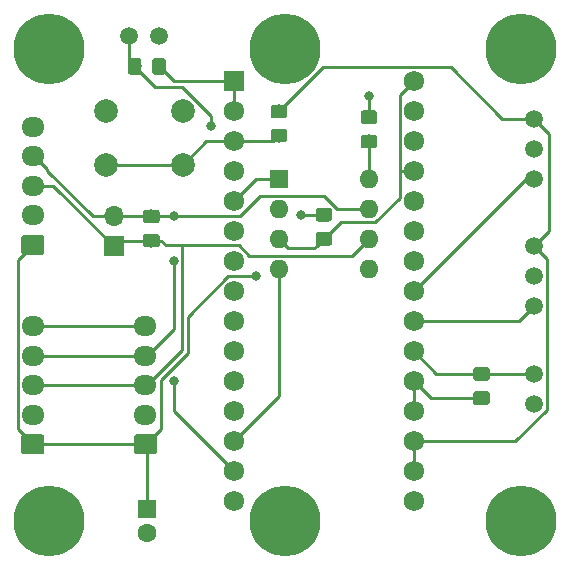
<source format=gbl>
G04 #@! TF.GenerationSoftware,KiCad,Pcbnew,(5.1.2)-2*
G04 #@! TF.CreationDate,2019-12-10T15:16:51+09:00*
G04 #@! TF.ProjectId,cap-sensor,6361702d-7365-46e7-936f-722e6b696361,rev?*
G04 #@! TF.SameCoordinates,Original*
G04 #@! TF.FileFunction,Copper,L2,Bot*
G04 #@! TF.FilePolarity,Positive*
%FSLAX46Y46*%
G04 Gerber Fmt 4.6, Leading zero omitted, Abs format (unit mm)*
G04 Created by KiCad (PCBNEW (5.1.2)-2) date 2019-12-10 15:16:51*
%MOMM*%
%LPD*%
G04 APERTURE LIST*
%ADD10C,0.150000*%
%ADD11C,1.150000*%
%ADD12R,1.600000X1.600000*%
%ADD13C,1.600000*%
%ADD14R,1.725000X1.725000*%
%ADD15C,1.725000*%
%ADD16C,1.500000*%
%ADD17R,1.700000X1.700000*%
%ADD18O,1.700000X1.700000*%
%ADD19C,2.000000*%
%ADD20O,1.600000X1.600000*%
%ADD21C,1.700000*%
%ADD22O,1.950000X1.700000*%
%ADD23C,6.000000*%
%ADD24C,0.800000*%
%ADD25C,0.250000*%
G04 APERTURE END LIST*
D10*
G36*
X128744505Y-68496204D02*
G01*
X128768773Y-68499804D01*
X128792572Y-68505765D01*
X128815671Y-68514030D01*
X128837850Y-68524520D01*
X128858893Y-68537132D01*
X128878599Y-68551747D01*
X128896777Y-68568223D01*
X128913253Y-68586401D01*
X128927868Y-68606107D01*
X128940480Y-68627150D01*
X128950970Y-68649329D01*
X128959235Y-68672428D01*
X128965196Y-68696227D01*
X128968796Y-68720495D01*
X128970000Y-68744999D01*
X128970000Y-69395001D01*
X128968796Y-69419505D01*
X128965196Y-69443773D01*
X128959235Y-69467572D01*
X128950970Y-69490671D01*
X128940480Y-69512850D01*
X128927868Y-69533893D01*
X128913253Y-69553599D01*
X128896777Y-69571777D01*
X128878599Y-69588253D01*
X128858893Y-69602868D01*
X128837850Y-69615480D01*
X128815671Y-69625970D01*
X128792572Y-69634235D01*
X128768773Y-69640196D01*
X128744505Y-69643796D01*
X128720001Y-69645000D01*
X127819999Y-69645000D01*
X127795495Y-69643796D01*
X127771227Y-69640196D01*
X127747428Y-69634235D01*
X127724329Y-69625970D01*
X127702150Y-69615480D01*
X127681107Y-69602868D01*
X127661401Y-69588253D01*
X127643223Y-69571777D01*
X127626747Y-69553599D01*
X127612132Y-69533893D01*
X127599520Y-69512850D01*
X127589030Y-69490671D01*
X127580765Y-69467572D01*
X127574804Y-69443773D01*
X127571204Y-69419505D01*
X127570000Y-69395001D01*
X127570000Y-68744999D01*
X127571204Y-68720495D01*
X127574804Y-68696227D01*
X127580765Y-68672428D01*
X127589030Y-68649329D01*
X127599520Y-68627150D01*
X127612132Y-68606107D01*
X127626747Y-68586401D01*
X127643223Y-68568223D01*
X127661401Y-68551747D01*
X127681107Y-68537132D01*
X127702150Y-68524520D01*
X127724329Y-68514030D01*
X127747428Y-68505765D01*
X127771227Y-68499804D01*
X127795495Y-68496204D01*
X127819999Y-68495000D01*
X128720001Y-68495000D01*
X128744505Y-68496204D01*
X128744505Y-68496204D01*
G37*
D11*
X128270000Y-69070000D03*
D10*
G36*
X128744505Y-70546204D02*
G01*
X128768773Y-70549804D01*
X128792572Y-70555765D01*
X128815671Y-70564030D01*
X128837850Y-70574520D01*
X128858893Y-70587132D01*
X128878599Y-70601747D01*
X128896777Y-70618223D01*
X128913253Y-70636401D01*
X128927868Y-70656107D01*
X128940480Y-70677150D01*
X128950970Y-70699329D01*
X128959235Y-70722428D01*
X128965196Y-70746227D01*
X128968796Y-70770495D01*
X128970000Y-70794999D01*
X128970000Y-71445001D01*
X128968796Y-71469505D01*
X128965196Y-71493773D01*
X128959235Y-71517572D01*
X128950970Y-71540671D01*
X128940480Y-71562850D01*
X128927868Y-71583893D01*
X128913253Y-71603599D01*
X128896777Y-71621777D01*
X128878599Y-71638253D01*
X128858893Y-71652868D01*
X128837850Y-71665480D01*
X128815671Y-71675970D01*
X128792572Y-71684235D01*
X128768773Y-71690196D01*
X128744505Y-71693796D01*
X128720001Y-71695000D01*
X127819999Y-71695000D01*
X127795495Y-71693796D01*
X127771227Y-71690196D01*
X127747428Y-71684235D01*
X127724329Y-71675970D01*
X127702150Y-71665480D01*
X127681107Y-71652868D01*
X127661401Y-71638253D01*
X127643223Y-71621777D01*
X127626747Y-71603599D01*
X127612132Y-71583893D01*
X127599520Y-71562850D01*
X127589030Y-71540671D01*
X127580765Y-71517572D01*
X127574804Y-71493773D01*
X127571204Y-71469505D01*
X127570000Y-71445001D01*
X127570000Y-70794999D01*
X127571204Y-70770495D01*
X127574804Y-70746227D01*
X127580765Y-70722428D01*
X127589030Y-70699329D01*
X127599520Y-70677150D01*
X127612132Y-70656107D01*
X127626747Y-70636401D01*
X127643223Y-70618223D01*
X127661401Y-70601747D01*
X127681107Y-70587132D01*
X127702150Y-70574520D01*
X127724329Y-70564030D01*
X127747428Y-70555765D01*
X127771227Y-70549804D01*
X127795495Y-70546204D01*
X127819999Y-70545000D01*
X128720001Y-70545000D01*
X128744505Y-70546204D01*
X128744505Y-70546204D01*
G37*
D11*
X128270000Y-71120000D03*
D12*
X113284000Y-93980000D03*
D13*
X113284000Y-95980000D03*
D14*
X120650000Y-57785000D03*
D15*
X120650000Y-60325000D03*
X120650000Y-62865000D03*
X120650000Y-65405000D03*
X120650000Y-67945000D03*
X120650000Y-70485000D03*
X120650000Y-73025000D03*
X120650000Y-75565000D03*
X120650000Y-78105000D03*
X120650000Y-80645000D03*
X120650000Y-83185000D03*
X120650000Y-85725000D03*
X120650000Y-88265000D03*
X120650000Y-90805000D03*
X120650000Y-93345000D03*
X135890000Y-93345000D03*
X135890000Y-90805000D03*
X135890000Y-88265000D03*
X135890000Y-85725000D03*
X135890000Y-83185000D03*
X135890000Y-80645000D03*
X135890000Y-78105000D03*
X135890000Y-75565000D03*
X135890000Y-73025000D03*
X135890000Y-70485000D03*
X135890000Y-67945000D03*
X135890000Y-65405000D03*
X135890000Y-62865000D03*
X135890000Y-60325000D03*
X135890000Y-57785000D03*
D16*
X146050000Y-85090000D03*
X146050000Y-82550000D03*
X111760000Y-53975000D03*
X114300000Y-53975000D03*
X146050000Y-66040000D03*
X146050000Y-63500000D03*
X146050000Y-60960000D03*
X146050000Y-71755000D03*
X146050000Y-74295000D03*
X146050000Y-76835000D03*
D17*
X110490000Y-71755000D03*
D18*
X110490000Y-69215000D03*
D10*
G36*
X142079505Y-81976204D02*
G01*
X142103773Y-81979804D01*
X142127572Y-81985765D01*
X142150671Y-81994030D01*
X142172850Y-82004520D01*
X142193893Y-82017132D01*
X142213599Y-82031747D01*
X142231777Y-82048223D01*
X142248253Y-82066401D01*
X142262868Y-82086107D01*
X142275480Y-82107150D01*
X142285970Y-82129329D01*
X142294235Y-82152428D01*
X142300196Y-82176227D01*
X142303796Y-82200495D01*
X142305000Y-82224999D01*
X142305000Y-82875001D01*
X142303796Y-82899505D01*
X142300196Y-82923773D01*
X142294235Y-82947572D01*
X142285970Y-82970671D01*
X142275480Y-82992850D01*
X142262868Y-83013893D01*
X142248253Y-83033599D01*
X142231777Y-83051777D01*
X142213599Y-83068253D01*
X142193893Y-83082868D01*
X142172850Y-83095480D01*
X142150671Y-83105970D01*
X142127572Y-83114235D01*
X142103773Y-83120196D01*
X142079505Y-83123796D01*
X142055001Y-83125000D01*
X141154999Y-83125000D01*
X141130495Y-83123796D01*
X141106227Y-83120196D01*
X141082428Y-83114235D01*
X141059329Y-83105970D01*
X141037150Y-83095480D01*
X141016107Y-83082868D01*
X140996401Y-83068253D01*
X140978223Y-83051777D01*
X140961747Y-83033599D01*
X140947132Y-83013893D01*
X140934520Y-82992850D01*
X140924030Y-82970671D01*
X140915765Y-82947572D01*
X140909804Y-82923773D01*
X140906204Y-82899505D01*
X140905000Y-82875001D01*
X140905000Y-82224999D01*
X140906204Y-82200495D01*
X140909804Y-82176227D01*
X140915765Y-82152428D01*
X140924030Y-82129329D01*
X140934520Y-82107150D01*
X140947132Y-82086107D01*
X140961747Y-82066401D01*
X140978223Y-82048223D01*
X140996401Y-82031747D01*
X141016107Y-82017132D01*
X141037150Y-82004520D01*
X141059329Y-81994030D01*
X141082428Y-81985765D01*
X141106227Y-81979804D01*
X141130495Y-81976204D01*
X141154999Y-81975000D01*
X142055001Y-81975000D01*
X142079505Y-81976204D01*
X142079505Y-81976204D01*
G37*
D11*
X141605000Y-82550000D03*
D10*
G36*
X142079505Y-84026204D02*
G01*
X142103773Y-84029804D01*
X142127572Y-84035765D01*
X142150671Y-84044030D01*
X142172850Y-84054520D01*
X142193893Y-84067132D01*
X142213599Y-84081747D01*
X142231777Y-84098223D01*
X142248253Y-84116401D01*
X142262868Y-84136107D01*
X142275480Y-84157150D01*
X142285970Y-84179329D01*
X142294235Y-84202428D01*
X142300196Y-84226227D01*
X142303796Y-84250495D01*
X142305000Y-84274999D01*
X142305000Y-84925001D01*
X142303796Y-84949505D01*
X142300196Y-84973773D01*
X142294235Y-84997572D01*
X142285970Y-85020671D01*
X142275480Y-85042850D01*
X142262868Y-85063893D01*
X142248253Y-85083599D01*
X142231777Y-85101777D01*
X142213599Y-85118253D01*
X142193893Y-85132868D01*
X142172850Y-85145480D01*
X142150671Y-85155970D01*
X142127572Y-85164235D01*
X142103773Y-85170196D01*
X142079505Y-85173796D01*
X142055001Y-85175000D01*
X141154999Y-85175000D01*
X141130495Y-85173796D01*
X141106227Y-85170196D01*
X141082428Y-85164235D01*
X141059329Y-85155970D01*
X141037150Y-85145480D01*
X141016107Y-85132868D01*
X140996401Y-85118253D01*
X140978223Y-85101777D01*
X140961747Y-85083599D01*
X140947132Y-85063893D01*
X140934520Y-85042850D01*
X140924030Y-85020671D01*
X140915765Y-84997572D01*
X140909804Y-84973773D01*
X140906204Y-84949505D01*
X140905000Y-84925001D01*
X140905000Y-84274999D01*
X140906204Y-84250495D01*
X140909804Y-84226227D01*
X140915765Y-84202428D01*
X140924030Y-84179329D01*
X140934520Y-84157150D01*
X140947132Y-84136107D01*
X140961747Y-84116401D01*
X140978223Y-84098223D01*
X140996401Y-84081747D01*
X141016107Y-84067132D01*
X141037150Y-84054520D01*
X141059329Y-84044030D01*
X141082428Y-84035765D01*
X141106227Y-84029804D01*
X141130495Y-84026204D01*
X141154999Y-84025000D01*
X142055001Y-84025000D01*
X142079505Y-84026204D01*
X142079505Y-84026204D01*
G37*
D11*
X141605000Y-84600000D03*
D10*
G36*
X114649505Y-55816204D02*
G01*
X114673773Y-55819804D01*
X114697572Y-55825765D01*
X114720671Y-55834030D01*
X114742850Y-55844520D01*
X114763893Y-55857132D01*
X114783599Y-55871747D01*
X114801777Y-55888223D01*
X114818253Y-55906401D01*
X114832868Y-55926107D01*
X114845480Y-55947150D01*
X114855970Y-55969329D01*
X114864235Y-55992428D01*
X114870196Y-56016227D01*
X114873796Y-56040495D01*
X114875000Y-56064999D01*
X114875000Y-56965001D01*
X114873796Y-56989505D01*
X114870196Y-57013773D01*
X114864235Y-57037572D01*
X114855970Y-57060671D01*
X114845480Y-57082850D01*
X114832868Y-57103893D01*
X114818253Y-57123599D01*
X114801777Y-57141777D01*
X114783599Y-57158253D01*
X114763893Y-57172868D01*
X114742850Y-57185480D01*
X114720671Y-57195970D01*
X114697572Y-57204235D01*
X114673773Y-57210196D01*
X114649505Y-57213796D01*
X114625001Y-57215000D01*
X113974999Y-57215000D01*
X113950495Y-57213796D01*
X113926227Y-57210196D01*
X113902428Y-57204235D01*
X113879329Y-57195970D01*
X113857150Y-57185480D01*
X113836107Y-57172868D01*
X113816401Y-57158253D01*
X113798223Y-57141777D01*
X113781747Y-57123599D01*
X113767132Y-57103893D01*
X113754520Y-57082850D01*
X113744030Y-57060671D01*
X113735765Y-57037572D01*
X113729804Y-57013773D01*
X113726204Y-56989505D01*
X113725000Y-56965001D01*
X113725000Y-56064999D01*
X113726204Y-56040495D01*
X113729804Y-56016227D01*
X113735765Y-55992428D01*
X113744030Y-55969329D01*
X113754520Y-55947150D01*
X113767132Y-55926107D01*
X113781747Y-55906401D01*
X113798223Y-55888223D01*
X113816401Y-55871747D01*
X113836107Y-55857132D01*
X113857150Y-55844520D01*
X113879329Y-55834030D01*
X113902428Y-55825765D01*
X113926227Y-55819804D01*
X113950495Y-55816204D01*
X113974999Y-55815000D01*
X114625001Y-55815000D01*
X114649505Y-55816204D01*
X114649505Y-55816204D01*
G37*
D11*
X114300000Y-56515000D03*
D10*
G36*
X112599505Y-55816204D02*
G01*
X112623773Y-55819804D01*
X112647572Y-55825765D01*
X112670671Y-55834030D01*
X112692850Y-55844520D01*
X112713893Y-55857132D01*
X112733599Y-55871747D01*
X112751777Y-55888223D01*
X112768253Y-55906401D01*
X112782868Y-55926107D01*
X112795480Y-55947150D01*
X112805970Y-55969329D01*
X112814235Y-55992428D01*
X112820196Y-56016227D01*
X112823796Y-56040495D01*
X112825000Y-56064999D01*
X112825000Y-56965001D01*
X112823796Y-56989505D01*
X112820196Y-57013773D01*
X112814235Y-57037572D01*
X112805970Y-57060671D01*
X112795480Y-57082850D01*
X112782868Y-57103893D01*
X112768253Y-57123599D01*
X112751777Y-57141777D01*
X112733599Y-57158253D01*
X112713893Y-57172868D01*
X112692850Y-57185480D01*
X112670671Y-57195970D01*
X112647572Y-57204235D01*
X112623773Y-57210196D01*
X112599505Y-57213796D01*
X112575001Y-57215000D01*
X111924999Y-57215000D01*
X111900495Y-57213796D01*
X111876227Y-57210196D01*
X111852428Y-57204235D01*
X111829329Y-57195970D01*
X111807150Y-57185480D01*
X111786107Y-57172868D01*
X111766401Y-57158253D01*
X111748223Y-57141777D01*
X111731747Y-57123599D01*
X111717132Y-57103893D01*
X111704520Y-57082850D01*
X111694030Y-57060671D01*
X111685765Y-57037572D01*
X111679804Y-57013773D01*
X111676204Y-56989505D01*
X111675000Y-56965001D01*
X111675000Y-56064999D01*
X111676204Y-56040495D01*
X111679804Y-56016227D01*
X111685765Y-55992428D01*
X111694030Y-55969329D01*
X111704520Y-55947150D01*
X111717132Y-55926107D01*
X111731747Y-55906401D01*
X111748223Y-55888223D01*
X111766401Y-55871747D01*
X111786107Y-55857132D01*
X111807150Y-55844520D01*
X111829329Y-55834030D01*
X111852428Y-55825765D01*
X111876227Y-55819804D01*
X111900495Y-55816204D01*
X111924999Y-55815000D01*
X112575001Y-55815000D01*
X112599505Y-55816204D01*
X112599505Y-55816204D01*
G37*
D11*
X112250000Y-56515000D03*
D10*
G36*
X114139505Y-68641204D02*
G01*
X114163773Y-68644804D01*
X114187572Y-68650765D01*
X114210671Y-68659030D01*
X114232850Y-68669520D01*
X114253893Y-68682132D01*
X114273599Y-68696747D01*
X114291777Y-68713223D01*
X114308253Y-68731401D01*
X114322868Y-68751107D01*
X114335480Y-68772150D01*
X114345970Y-68794329D01*
X114354235Y-68817428D01*
X114360196Y-68841227D01*
X114363796Y-68865495D01*
X114365000Y-68889999D01*
X114365000Y-69540001D01*
X114363796Y-69564505D01*
X114360196Y-69588773D01*
X114354235Y-69612572D01*
X114345970Y-69635671D01*
X114335480Y-69657850D01*
X114322868Y-69678893D01*
X114308253Y-69698599D01*
X114291777Y-69716777D01*
X114273599Y-69733253D01*
X114253893Y-69747868D01*
X114232850Y-69760480D01*
X114210671Y-69770970D01*
X114187572Y-69779235D01*
X114163773Y-69785196D01*
X114139505Y-69788796D01*
X114115001Y-69790000D01*
X113214999Y-69790000D01*
X113190495Y-69788796D01*
X113166227Y-69785196D01*
X113142428Y-69779235D01*
X113119329Y-69770970D01*
X113097150Y-69760480D01*
X113076107Y-69747868D01*
X113056401Y-69733253D01*
X113038223Y-69716777D01*
X113021747Y-69698599D01*
X113007132Y-69678893D01*
X112994520Y-69657850D01*
X112984030Y-69635671D01*
X112975765Y-69612572D01*
X112969804Y-69588773D01*
X112966204Y-69564505D01*
X112965000Y-69540001D01*
X112965000Y-68889999D01*
X112966204Y-68865495D01*
X112969804Y-68841227D01*
X112975765Y-68817428D01*
X112984030Y-68794329D01*
X112994520Y-68772150D01*
X113007132Y-68751107D01*
X113021747Y-68731401D01*
X113038223Y-68713223D01*
X113056401Y-68696747D01*
X113076107Y-68682132D01*
X113097150Y-68669520D01*
X113119329Y-68659030D01*
X113142428Y-68650765D01*
X113166227Y-68644804D01*
X113190495Y-68641204D01*
X113214999Y-68640000D01*
X114115001Y-68640000D01*
X114139505Y-68641204D01*
X114139505Y-68641204D01*
G37*
D11*
X113665000Y-69215000D03*
D10*
G36*
X114139505Y-70691204D02*
G01*
X114163773Y-70694804D01*
X114187572Y-70700765D01*
X114210671Y-70709030D01*
X114232850Y-70719520D01*
X114253893Y-70732132D01*
X114273599Y-70746747D01*
X114291777Y-70763223D01*
X114308253Y-70781401D01*
X114322868Y-70801107D01*
X114335480Y-70822150D01*
X114345970Y-70844329D01*
X114354235Y-70867428D01*
X114360196Y-70891227D01*
X114363796Y-70915495D01*
X114365000Y-70939999D01*
X114365000Y-71590001D01*
X114363796Y-71614505D01*
X114360196Y-71638773D01*
X114354235Y-71662572D01*
X114345970Y-71685671D01*
X114335480Y-71707850D01*
X114322868Y-71728893D01*
X114308253Y-71748599D01*
X114291777Y-71766777D01*
X114273599Y-71783253D01*
X114253893Y-71797868D01*
X114232850Y-71810480D01*
X114210671Y-71820970D01*
X114187572Y-71829235D01*
X114163773Y-71835196D01*
X114139505Y-71838796D01*
X114115001Y-71840000D01*
X113214999Y-71840000D01*
X113190495Y-71838796D01*
X113166227Y-71835196D01*
X113142428Y-71829235D01*
X113119329Y-71820970D01*
X113097150Y-71810480D01*
X113076107Y-71797868D01*
X113056401Y-71783253D01*
X113038223Y-71766777D01*
X113021747Y-71748599D01*
X113007132Y-71728893D01*
X112994520Y-71707850D01*
X112984030Y-71685671D01*
X112975765Y-71662572D01*
X112969804Y-71638773D01*
X112966204Y-71614505D01*
X112965000Y-71590001D01*
X112965000Y-70939999D01*
X112966204Y-70915495D01*
X112969804Y-70891227D01*
X112975765Y-70867428D01*
X112984030Y-70844329D01*
X112994520Y-70822150D01*
X113007132Y-70801107D01*
X113021747Y-70781401D01*
X113038223Y-70763223D01*
X113056401Y-70746747D01*
X113076107Y-70732132D01*
X113097150Y-70719520D01*
X113119329Y-70709030D01*
X113142428Y-70700765D01*
X113166227Y-70694804D01*
X113190495Y-70691204D01*
X113214999Y-70690000D01*
X114115001Y-70690000D01*
X114139505Y-70691204D01*
X114139505Y-70691204D01*
G37*
D11*
X113665000Y-71265000D03*
D10*
G36*
X132554505Y-62291204D02*
G01*
X132578773Y-62294804D01*
X132602572Y-62300765D01*
X132625671Y-62309030D01*
X132647850Y-62319520D01*
X132668893Y-62332132D01*
X132688599Y-62346747D01*
X132706777Y-62363223D01*
X132723253Y-62381401D01*
X132737868Y-62401107D01*
X132750480Y-62422150D01*
X132760970Y-62444329D01*
X132769235Y-62467428D01*
X132775196Y-62491227D01*
X132778796Y-62515495D01*
X132780000Y-62539999D01*
X132780000Y-63190001D01*
X132778796Y-63214505D01*
X132775196Y-63238773D01*
X132769235Y-63262572D01*
X132760970Y-63285671D01*
X132750480Y-63307850D01*
X132737868Y-63328893D01*
X132723253Y-63348599D01*
X132706777Y-63366777D01*
X132688599Y-63383253D01*
X132668893Y-63397868D01*
X132647850Y-63410480D01*
X132625671Y-63420970D01*
X132602572Y-63429235D01*
X132578773Y-63435196D01*
X132554505Y-63438796D01*
X132530001Y-63440000D01*
X131629999Y-63440000D01*
X131605495Y-63438796D01*
X131581227Y-63435196D01*
X131557428Y-63429235D01*
X131534329Y-63420970D01*
X131512150Y-63410480D01*
X131491107Y-63397868D01*
X131471401Y-63383253D01*
X131453223Y-63366777D01*
X131436747Y-63348599D01*
X131422132Y-63328893D01*
X131409520Y-63307850D01*
X131399030Y-63285671D01*
X131390765Y-63262572D01*
X131384804Y-63238773D01*
X131381204Y-63214505D01*
X131380000Y-63190001D01*
X131380000Y-62539999D01*
X131381204Y-62515495D01*
X131384804Y-62491227D01*
X131390765Y-62467428D01*
X131399030Y-62444329D01*
X131409520Y-62422150D01*
X131422132Y-62401107D01*
X131436747Y-62381401D01*
X131453223Y-62363223D01*
X131471401Y-62346747D01*
X131491107Y-62332132D01*
X131512150Y-62319520D01*
X131534329Y-62309030D01*
X131557428Y-62300765D01*
X131581227Y-62294804D01*
X131605495Y-62291204D01*
X131629999Y-62290000D01*
X132530001Y-62290000D01*
X132554505Y-62291204D01*
X132554505Y-62291204D01*
G37*
D11*
X132080000Y-62865000D03*
D10*
G36*
X132554505Y-60241204D02*
G01*
X132578773Y-60244804D01*
X132602572Y-60250765D01*
X132625671Y-60259030D01*
X132647850Y-60269520D01*
X132668893Y-60282132D01*
X132688599Y-60296747D01*
X132706777Y-60313223D01*
X132723253Y-60331401D01*
X132737868Y-60351107D01*
X132750480Y-60372150D01*
X132760970Y-60394329D01*
X132769235Y-60417428D01*
X132775196Y-60441227D01*
X132778796Y-60465495D01*
X132780000Y-60489999D01*
X132780000Y-61140001D01*
X132778796Y-61164505D01*
X132775196Y-61188773D01*
X132769235Y-61212572D01*
X132760970Y-61235671D01*
X132750480Y-61257850D01*
X132737868Y-61278893D01*
X132723253Y-61298599D01*
X132706777Y-61316777D01*
X132688599Y-61333253D01*
X132668893Y-61347868D01*
X132647850Y-61360480D01*
X132625671Y-61370970D01*
X132602572Y-61379235D01*
X132578773Y-61385196D01*
X132554505Y-61388796D01*
X132530001Y-61390000D01*
X131629999Y-61390000D01*
X131605495Y-61388796D01*
X131581227Y-61385196D01*
X131557428Y-61379235D01*
X131534329Y-61370970D01*
X131512150Y-61360480D01*
X131491107Y-61347868D01*
X131471401Y-61333253D01*
X131453223Y-61316777D01*
X131436747Y-61298599D01*
X131422132Y-61278893D01*
X131409520Y-61257850D01*
X131399030Y-61235671D01*
X131390765Y-61212572D01*
X131384804Y-61188773D01*
X131381204Y-61164505D01*
X131380000Y-61140001D01*
X131380000Y-60489999D01*
X131381204Y-60465495D01*
X131384804Y-60441227D01*
X131390765Y-60417428D01*
X131399030Y-60394329D01*
X131409520Y-60372150D01*
X131422132Y-60351107D01*
X131436747Y-60331401D01*
X131453223Y-60313223D01*
X131471401Y-60296747D01*
X131491107Y-60282132D01*
X131512150Y-60269520D01*
X131534329Y-60259030D01*
X131557428Y-60250765D01*
X131581227Y-60244804D01*
X131605495Y-60241204D01*
X131629999Y-60240000D01*
X132530001Y-60240000D01*
X132554505Y-60241204D01*
X132554505Y-60241204D01*
G37*
D11*
X132080000Y-60815000D03*
D10*
G36*
X124934505Y-59751204D02*
G01*
X124958773Y-59754804D01*
X124982572Y-59760765D01*
X125005671Y-59769030D01*
X125027850Y-59779520D01*
X125048893Y-59792132D01*
X125068599Y-59806747D01*
X125086777Y-59823223D01*
X125103253Y-59841401D01*
X125117868Y-59861107D01*
X125130480Y-59882150D01*
X125140970Y-59904329D01*
X125149235Y-59927428D01*
X125155196Y-59951227D01*
X125158796Y-59975495D01*
X125160000Y-59999999D01*
X125160000Y-60650001D01*
X125158796Y-60674505D01*
X125155196Y-60698773D01*
X125149235Y-60722572D01*
X125140970Y-60745671D01*
X125130480Y-60767850D01*
X125117868Y-60788893D01*
X125103253Y-60808599D01*
X125086777Y-60826777D01*
X125068599Y-60843253D01*
X125048893Y-60857868D01*
X125027850Y-60870480D01*
X125005671Y-60880970D01*
X124982572Y-60889235D01*
X124958773Y-60895196D01*
X124934505Y-60898796D01*
X124910001Y-60900000D01*
X124009999Y-60900000D01*
X123985495Y-60898796D01*
X123961227Y-60895196D01*
X123937428Y-60889235D01*
X123914329Y-60880970D01*
X123892150Y-60870480D01*
X123871107Y-60857868D01*
X123851401Y-60843253D01*
X123833223Y-60826777D01*
X123816747Y-60808599D01*
X123802132Y-60788893D01*
X123789520Y-60767850D01*
X123779030Y-60745671D01*
X123770765Y-60722572D01*
X123764804Y-60698773D01*
X123761204Y-60674505D01*
X123760000Y-60650001D01*
X123760000Y-59999999D01*
X123761204Y-59975495D01*
X123764804Y-59951227D01*
X123770765Y-59927428D01*
X123779030Y-59904329D01*
X123789520Y-59882150D01*
X123802132Y-59861107D01*
X123816747Y-59841401D01*
X123833223Y-59823223D01*
X123851401Y-59806747D01*
X123871107Y-59792132D01*
X123892150Y-59779520D01*
X123914329Y-59769030D01*
X123937428Y-59760765D01*
X123961227Y-59754804D01*
X123985495Y-59751204D01*
X124009999Y-59750000D01*
X124910001Y-59750000D01*
X124934505Y-59751204D01*
X124934505Y-59751204D01*
G37*
D11*
X124460000Y-60325000D03*
D10*
G36*
X124934505Y-61801204D02*
G01*
X124958773Y-61804804D01*
X124982572Y-61810765D01*
X125005671Y-61819030D01*
X125027850Y-61829520D01*
X125048893Y-61842132D01*
X125068599Y-61856747D01*
X125086777Y-61873223D01*
X125103253Y-61891401D01*
X125117868Y-61911107D01*
X125130480Y-61932150D01*
X125140970Y-61954329D01*
X125149235Y-61977428D01*
X125155196Y-62001227D01*
X125158796Y-62025495D01*
X125160000Y-62049999D01*
X125160000Y-62700001D01*
X125158796Y-62724505D01*
X125155196Y-62748773D01*
X125149235Y-62772572D01*
X125140970Y-62795671D01*
X125130480Y-62817850D01*
X125117868Y-62838893D01*
X125103253Y-62858599D01*
X125086777Y-62876777D01*
X125068599Y-62893253D01*
X125048893Y-62907868D01*
X125027850Y-62920480D01*
X125005671Y-62930970D01*
X124982572Y-62939235D01*
X124958773Y-62945196D01*
X124934505Y-62948796D01*
X124910001Y-62950000D01*
X124009999Y-62950000D01*
X123985495Y-62948796D01*
X123961227Y-62945196D01*
X123937428Y-62939235D01*
X123914329Y-62930970D01*
X123892150Y-62920480D01*
X123871107Y-62907868D01*
X123851401Y-62893253D01*
X123833223Y-62876777D01*
X123816747Y-62858599D01*
X123802132Y-62838893D01*
X123789520Y-62817850D01*
X123779030Y-62795671D01*
X123770765Y-62772572D01*
X123764804Y-62748773D01*
X123761204Y-62724505D01*
X123760000Y-62700001D01*
X123760000Y-62049999D01*
X123761204Y-62025495D01*
X123764804Y-62001227D01*
X123770765Y-61977428D01*
X123779030Y-61954329D01*
X123789520Y-61932150D01*
X123802132Y-61911107D01*
X123816747Y-61891401D01*
X123833223Y-61873223D01*
X123851401Y-61856747D01*
X123871107Y-61842132D01*
X123892150Y-61829520D01*
X123914329Y-61819030D01*
X123937428Y-61810765D01*
X123961227Y-61804804D01*
X123985495Y-61801204D01*
X124009999Y-61800000D01*
X124910001Y-61800000D01*
X124934505Y-61801204D01*
X124934505Y-61801204D01*
G37*
D11*
X124460000Y-62375000D03*
D19*
X109855000Y-64825000D03*
X109855000Y-60325000D03*
X116355000Y-64825000D03*
X116355000Y-60325000D03*
D12*
X124460000Y-66040000D03*
D20*
X132080000Y-73660000D03*
X124460000Y-68580000D03*
X132080000Y-71120000D03*
X124460000Y-71120000D03*
X132080000Y-68580000D03*
X124460000Y-73660000D03*
X132080000Y-66040000D03*
D10*
G36*
X104381504Y-70779204D02*
G01*
X104405773Y-70782804D01*
X104429571Y-70788765D01*
X104452671Y-70797030D01*
X104474849Y-70807520D01*
X104495893Y-70820133D01*
X104515598Y-70834747D01*
X104533777Y-70851223D01*
X104550253Y-70869402D01*
X104564867Y-70889107D01*
X104577480Y-70910151D01*
X104587970Y-70932329D01*
X104596235Y-70955429D01*
X104602196Y-70979227D01*
X104605796Y-71003496D01*
X104607000Y-71028000D01*
X104607000Y-72228000D01*
X104605796Y-72252504D01*
X104602196Y-72276773D01*
X104596235Y-72300571D01*
X104587970Y-72323671D01*
X104577480Y-72345849D01*
X104564867Y-72366893D01*
X104550253Y-72386598D01*
X104533777Y-72404777D01*
X104515598Y-72421253D01*
X104495893Y-72435867D01*
X104474849Y-72448480D01*
X104452671Y-72458970D01*
X104429571Y-72467235D01*
X104405773Y-72473196D01*
X104381504Y-72476796D01*
X104357000Y-72478000D01*
X102907000Y-72478000D01*
X102882496Y-72476796D01*
X102858227Y-72473196D01*
X102834429Y-72467235D01*
X102811329Y-72458970D01*
X102789151Y-72448480D01*
X102768107Y-72435867D01*
X102748402Y-72421253D01*
X102730223Y-72404777D01*
X102713747Y-72386598D01*
X102699133Y-72366893D01*
X102686520Y-72345849D01*
X102676030Y-72323671D01*
X102667765Y-72300571D01*
X102661804Y-72276773D01*
X102658204Y-72252504D01*
X102657000Y-72228000D01*
X102657000Y-71028000D01*
X102658204Y-71003496D01*
X102661804Y-70979227D01*
X102667765Y-70955429D01*
X102676030Y-70932329D01*
X102686520Y-70910151D01*
X102699133Y-70889107D01*
X102713747Y-70869402D01*
X102730223Y-70851223D01*
X102748402Y-70834747D01*
X102768107Y-70820133D01*
X102789151Y-70807520D01*
X102811329Y-70797030D01*
X102834429Y-70788765D01*
X102858227Y-70782804D01*
X102882496Y-70779204D01*
X102907000Y-70778000D01*
X104357000Y-70778000D01*
X104381504Y-70779204D01*
X104381504Y-70779204D01*
G37*
D21*
X103632000Y-71628000D03*
D22*
X103632000Y-69128000D03*
X103632000Y-66628000D03*
X103632000Y-64128000D03*
X103632000Y-61628000D03*
X113157000Y-78519000D03*
X113157000Y-81019000D03*
X113157000Y-83519000D03*
X113157000Y-86019000D03*
D10*
G36*
X113906504Y-87670204D02*
G01*
X113930773Y-87673804D01*
X113954571Y-87679765D01*
X113977671Y-87688030D01*
X113999849Y-87698520D01*
X114020893Y-87711133D01*
X114040598Y-87725747D01*
X114058777Y-87742223D01*
X114075253Y-87760402D01*
X114089867Y-87780107D01*
X114102480Y-87801151D01*
X114112970Y-87823329D01*
X114121235Y-87846429D01*
X114127196Y-87870227D01*
X114130796Y-87894496D01*
X114132000Y-87919000D01*
X114132000Y-89119000D01*
X114130796Y-89143504D01*
X114127196Y-89167773D01*
X114121235Y-89191571D01*
X114112970Y-89214671D01*
X114102480Y-89236849D01*
X114089867Y-89257893D01*
X114075253Y-89277598D01*
X114058777Y-89295777D01*
X114040598Y-89312253D01*
X114020893Y-89326867D01*
X113999849Y-89339480D01*
X113977671Y-89349970D01*
X113954571Y-89358235D01*
X113930773Y-89364196D01*
X113906504Y-89367796D01*
X113882000Y-89369000D01*
X112432000Y-89369000D01*
X112407496Y-89367796D01*
X112383227Y-89364196D01*
X112359429Y-89358235D01*
X112336329Y-89349970D01*
X112314151Y-89339480D01*
X112293107Y-89326867D01*
X112273402Y-89312253D01*
X112255223Y-89295777D01*
X112238747Y-89277598D01*
X112224133Y-89257893D01*
X112211520Y-89236849D01*
X112201030Y-89214671D01*
X112192765Y-89191571D01*
X112186804Y-89167773D01*
X112183204Y-89143504D01*
X112182000Y-89119000D01*
X112182000Y-87919000D01*
X112183204Y-87894496D01*
X112186804Y-87870227D01*
X112192765Y-87846429D01*
X112201030Y-87823329D01*
X112211520Y-87801151D01*
X112224133Y-87780107D01*
X112238747Y-87760402D01*
X112255223Y-87742223D01*
X112273402Y-87725747D01*
X112293107Y-87711133D01*
X112314151Y-87698520D01*
X112336329Y-87688030D01*
X112359429Y-87679765D01*
X112383227Y-87673804D01*
X112407496Y-87670204D01*
X112432000Y-87669000D01*
X113882000Y-87669000D01*
X113906504Y-87670204D01*
X113906504Y-87670204D01*
G37*
D21*
X113157000Y-88519000D03*
D10*
G36*
X104381504Y-87670204D02*
G01*
X104405773Y-87673804D01*
X104429571Y-87679765D01*
X104452671Y-87688030D01*
X104474849Y-87698520D01*
X104495893Y-87711133D01*
X104515598Y-87725747D01*
X104533777Y-87742223D01*
X104550253Y-87760402D01*
X104564867Y-87780107D01*
X104577480Y-87801151D01*
X104587970Y-87823329D01*
X104596235Y-87846429D01*
X104602196Y-87870227D01*
X104605796Y-87894496D01*
X104607000Y-87919000D01*
X104607000Y-89119000D01*
X104605796Y-89143504D01*
X104602196Y-89167773D01*
X104596235Y-89191571D01*
X104587970Y-89214671D01*
X104577480Y-89236849D01*
X104564867Y-89257893D01*
X104550253Y-89277598D01*
X104533777Y-89295777D01*
X104515598Y-89312253D01*
X104495893Y-89326867D01*
X104474849Y-89339480D01*
X104452671Y-89349970D01*
X104429571Y-89358235D01*
X104405773Y-89364196D01*
X104381504Y-89367796D01*
X104357000Y-89369000D01*
X102907000Y-89369000D01*
X102882496Y-89367796D01*
X102858227Y-89364196D01*
X102834429Y-89358235D01*
X102811329Y-89349970D01*
X102789151Y-89339480D01*
X102768107Y-89326867D01*
X102748402Y-89312253D01*
X102730223Y-89295777D01*
X102713747Y-89277598D01*
X102699133Y-89257893D01*
X102686520Y-89236849D01*
X102676030Y-89214671D01*
X102667765Y-89191571D01*
X102661804Y-89167773D01*
X102658204Y-89143504D01*
X102657000Y-89119000D01*
X102657000Y-87919000D01*
X102658204Y-87894496D01*
X102661804Y-87870227D01*
X102667765Y-87846429D01*
X102676030Y-87823329D01*
X102686520Y-87801151D01*
X102699133Y-87780107D01*
X102713747Y-87760402D01*
X102730223Y-87742223D01*
X102748402Y-87725747D01*
X102768107Y-87711133D01*
X102789151Y-87698520D01*
X102811329Y-87688030D01*
X102834429Y-87679765D01*
X102858227Y-87673804D01*
X102882496Y-87670204D01*
X102907000Y-87669000D01*
X104357000Y-87669000D01*
X104381504Y-87670204D01*
X104381504Y-87670204D01*
G37*
D21*
X103632000Y-88519000D03*
D22*
X103632000Y-86019000D03*
X103632000Y-83519000D03*
X103632000Y-81019000D03*
X103632000Y-78519000D03*
D23*
X105000000Y-55000000D03*
X105000000Y-95000000D03*
X145000000Y-95000000D03*
X145000000Y-55000000D03*
X125000000Y-95000000D03*
X125000000Y-55000000D03*
D24*
X126365000Y-69070000D03*
X132080000Y-59055000D03*
X122555000Y-74295000D03*
X118745000Y-61595000D03*
X115570000Y-73025000D03*
X115570000Y-69215000D03*
X115570000Y-83185000D03*
D25*
X132080000Y-60815000D02*
X132080000Y-59055000D01*
X128270000Y-69070000D02*
X126365000Y-69070000D01*
X113284000Y-88646000D02*
X113157000Y-88519000D01*
X113284000Y-93980000D02*
X113284000Y-88646000D01*
X113157000Y-88519000D02*
X103632000Y-88519000D01*
X127646628Y-71743372D02*
X128270000Y-71120000D01*
X127470001Y-71919999D02*
X127646628Y-71743372D01*
X125259999Y-71919999D02*
X127470001Y-71919999D01*
X124460000Y-71120000D02*
X125259999Y-71919999D01*
X135890000Y-57785000D02*
X134702499Y-58972501D01*
X102733628Y-72526372D02*
X103632000Y-71628000D01*
X102331990Y-72928010D02*
X102733628Y-72526372D01*
X102331990Y-87218990D02*
X102331990Y-72928010D01*
X103632000Y-88519000D02*
X102331990Y-87218990D01*
X114055372Y-87620628D02*
X113157000Y-88519000D01*
X114457010Y-83032295D02*
X114457010Y-87218990D01*
X116745011Y-80744294D02*
X114457010Y-83032295D01*
X116745011Y-77712487D02*
X116745011Y-80744294D01*
X120162498Y-74295000D02*
X116745011Y-77712487D01*
X114457010Y-87218990D02*
X114055372Y-87620628D01*
X122555000Y-74295000D02*
X120162498Y-74295000D01*
X132620001Y-69705001D02*
X134702499Y-67622503D01*
X129684999Y-69705001D02*
X132620001Y-69705001D01*
X128270000Y-71120000D02*
X129684999Y-69705001D01*
X134702499Y-58972501D02*
X134702499Y-63582499D01*
X134702499Y-63582499D02*
X134702499Y-64217499D01*
X134784998Y-65405000D02*
X134702499Y-65487499D01*
X135890000Y-65405000D02*
X134784998Y-65405000D01*
X134702499Y-67622503D02*
X134702499Y-65487499D01*
X134702499Y-65487499D02*
X134702499Y-63582499D01*
X109855000Y-64825000D02*
X116355000Y-64825000D01*
X118315000Y-62865000D02*
X120650000Y-62865000D01*
X116355000Y-64825000D02*
X118315000Y-62865000D01*
X123970000Y-62865000D02*
X124460000Y-62375000D01*
X120650000Y-62865000D02*
X123970000Y-62865000D01*
X122555000Y-66040000D02*
X124460000Y-66040000D01*
X120650000Y-67945000D02*
X122555000Y-66040000D01*
X146050000Y-82550000D02*
X141605000Y-82550000D01*
X137795000Y-82550000D02*
X135890000Y-80645000D01*
X141605000Y-82550000D02*
X137795000Y-82550000D01*
X137305000Y-84600000D02*
X135890000Y-83185000D01*
X141605000Y-84600000D02*
X137305000Y-84600000D01*
X135890000Y-85725000D02*
X135890000Y-83185000D01*
X111760000Y-56025000D02*
X112250000Y-56515000D01*
X111760000Y-53975000D02*
X111760000Y-56025000D01*
X112873372Y-57138372D02*
X112250000Y-56515000D01*
X113970010Y-58235010D02*
X112873372Y-57138372D01*
X116226012Y-58235010D02*
X113970010Y-58235010D01*
X118745000Y-60753998D02*
X116226012Y-58235010D01*
X118745000Y-61595000D02*
X118745000Y-60753998D01*
X115570000Y-57785000D02*
X114300000Y-56515000D01*
X120650000Y-57785000D02*
X115570000Y-57785000D01*
X120650000Y-60325000D02*
X120650000Y-57785000D01*
X124460000Y-84455000D02*
X124460000Y-73660000D01*
X120650000Y-88265000D02*
X124460000Y-84455000D01*
X146799999Y-61709999D02*
X146050000Y-60960000D01*
X147320000Y-62230000D02*
X146799999Y-61709999D01*
X147320000Y-70485000D02*
X147320000Y-62230000D01*
X146050000Y-71755000D02*
X147320000Y-70485000D01*
X135890000Y-90805000D02*
X135890000Y-88265000D01*
X146799999Y-72504999D02*
X146050000Y-71755000D01*
X147125001Y-72830001D02*
X146799999Y-72504999D01*
X147125001Y-85606001D02*
X147125001Y-72830001D01*
X144466002Y-88265000D02*
X147125001Y-85606001D01*
X135890000Y-88265000D02*
X144466002Y-88265000D01*
X144989340Y-60960000D02*
X146050000Y-60960000D01*
X143393901Y-60960000D02*
X144989340Y-60960000D01*
X139031400Y-56597499D02*
X143393901Y-60960000D01*
X128187501Y-56597499D02*
X139031400Y-56597499D01*
X124460000Y-60325000D02*
X128187501Y-56597499D01*
X145415000Y-66040000D02*
X146050000Y-66040000D01*
X135890000Y-75565000D02*
X145415000Y-66040000D01*
X144780000Y-78105000D02*
X146050000Y-76835000D01*
X135890000Y-78105000D02*
X144780000Y-78105000D01*
X104857000Y-83519000D02*
X113157000Y-83519000D01*
X103632000Y-83519000D02*
X104857000Y-83519000D01*
X110980000Y-71265000D02*
X110490000Y-71755000D01*
X113665000Y-71265000D02*
X110980000Y-71265000D01*
X105363000Y-66628000D02*
X110490000Y-71755000D01*
X103632000Y-66628000D02*
X105363000Y-66628000D01*
X114465000Y-71265000D02*
X113665000Y-71265000D01*
X114872501Y-71672501D02*
X114465000Y-71265000D01*
X121917501Y-72534999D02*
X121055003Y-71672501D01*
X130665001Y-72534999D02*
X121917501Y-72534999D01*
X132080000Y-71120000D02*
X130665001Y-72534999D01*
X116295001Y-71680003D02*
X116287499Y-71672501D01*
X116295001Y-80505999D02*
X116295001Y-71680003D01*
X113282000Y-83519000D02*
X116295001Y-80505999D01*
X113157000Y-83519000D02*
X113282000Y-83519000D01*
X121055003Y-71672501D02*
X116287499Y-71672501D01*
X116287499Y-71672501D02*
X114872501Y-71672501D01*
X113032000Y-81019000D02*
X103632000Y-81019000D01*
X113157000Y-81019000D02*
X113032000Y-81019000D01*
X113665000Y-69215000D02*
X110490000Y-69215000D01*
X103757000Y-64128000D02*
X103632000Y-64128000D01*
X104857000Y-65228000D02*
X103757000Y-64128000D01*
X104857000Y-65353000D02*
X104857000Y-65228000D01*
X108719000Y-69215000D02*
X104857000Y-65353000D01*
X110490000Y-69215000D02*
X108719000Y-69215000D01*
X114465000Y-69215000D02*
X113665000Y-69215000D01*
X122897503Y-67454999D02*
X121137502Y-69215000D01*
X128243189Y-67454999D02*
X122897503Y-67454999D01*
X129368190Y-68580000D02*
X128243189Y-67454999D01*
X132080000Y-68580000D02*
X129368190Y-68580000D01*
X115570000Y-78731000D02*
X115570000Y-73025000D01*
X113157000Y-81019000D02*
X113282000Y-81019000D01*
X113282000Y-81019000D02*
X115570000Y-78731000D01*
X121137502Y-69215000D02*
X115570000Y-69215000D01*
X115570000Y-69215000D02*
X114465000Y-69215000D01*
X132080000Y-66040000D02*
X132080000Y-62865000D01*
X111932000Y-78519000D02*
X103632000Y-78519000D01*
X113157000Y-78519000D02*
X111932000Y-78519000D01*
X115570000Y-85725000D02*
X120650000Y-90805000D01*
X115570000Y-83185000D02*
X115570000Y-85725000D01*
M02*

</source>
